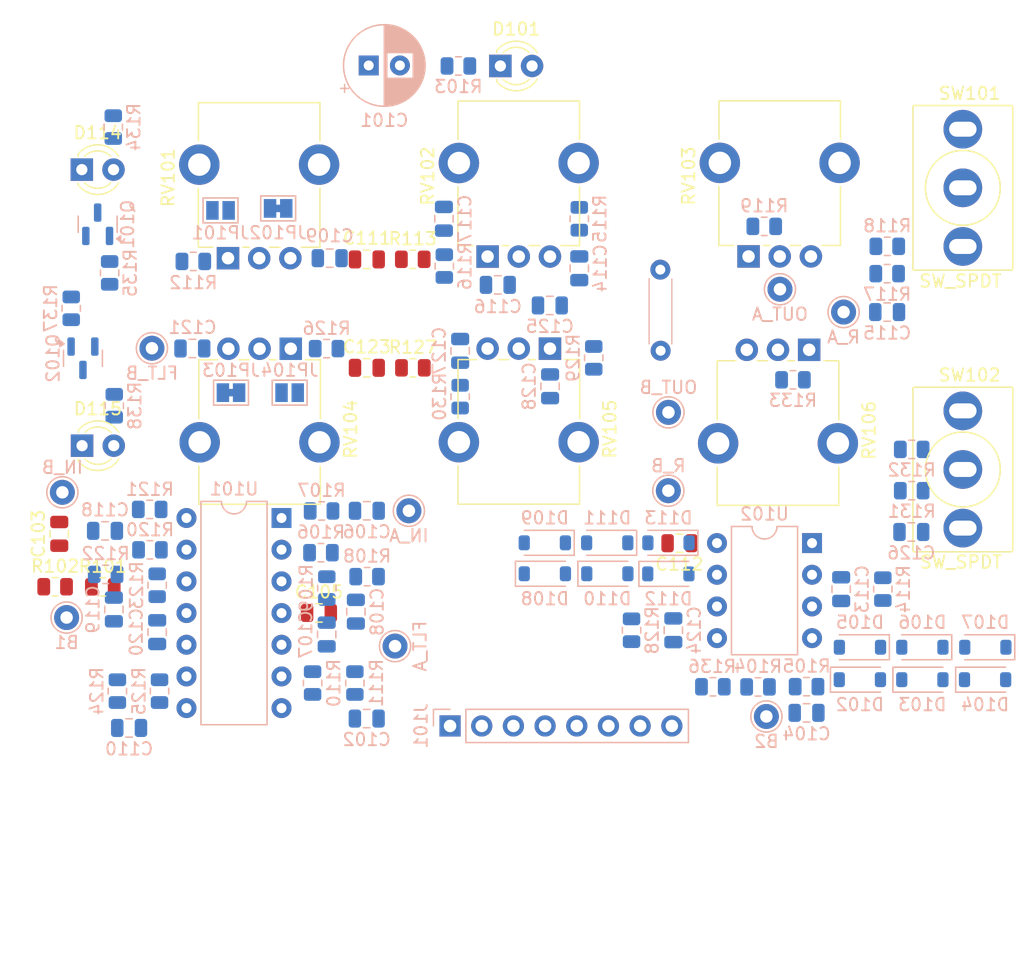
<source format=kicad_pcb>
(kicad_pcb (version 20240108) (generator "pcbnew") (generator_version "8.0")
  (layers (0 "F.Cu" signal) (1 "In1.Cu" signal) (2 "In2.Cu" signal) (31 "B.Cu" signal) (34 "B.Paste" user) (35 "F.Paste" user) (36 "B.SilkS" user "B.Silkscreen") (37 "F.SilkS" user "F.Silkscreen") (38 "B.Mask" user) (39 "F.Mask" user) (44 "Edge.Cuts" user))
  (net 0 "")
  (net 1 "/Bias1")
  (net 2 "/Bias2")
  (net 3 "Net-(C106-Pad1)")
  (net 4 "FX_IN_A")
  (net 5 "Net-(C108-Pad1)")
  (net 6 "+9V")
  (net 7 "Net-(JP102-A)")
  (net 8 "Net-(D109-K)")
  (net 9 "Net-(C111-Pad2)")
  (net 10 "Net-(C111-Pad1)")
  (net 11 "/RAW_A")
  (net 12 "/FLT_A")
  (net 13 "/HP_A")
  (net 14 "Net-(C115-Pad2)")
  (net 15 "Net-(C116-Pad2)")
  (net 16 "/LP_A")
  (net 17 "Net-(C118-Pad1)")
  (net 18 "FX_IN_B")
  (net 19 "Net-(C119-Pad1)")
  (net 20 "/VGND_A")
  (net 21 "Net-(U101C-+)")
  (net 22 "GND")
  (net 23 "Net-(U101B-+)")
  (net 24 "Net-(D105-K)")
  (net 25 "Net-(JP103-A)")
  (net 26 "Net-(C109-Pad1)")
  (net 27 "Net-(D101-K)")
  (net 28 "Net-(D102-A)")
  (net 29 "Net-(C123-Pad2)")
  (net 30 "Net-(C123-Pad1)")
  (net 31 "/RAW_B")
  (net 32 "/FLT_B")
  (net 33 "Net-(C125-Pad2)")
  (net 34 "Net-(U101A--)")
  (net 35 "Net-(U101B--)")
  (net 36 "Net-(C126-Pad2)")
  (net 37 "/HP_B")
  (net 38 "/LP_B")
  (net 39 "Net-(D103-A)")
  (net 40 "Net-(D106-K)")
  (net 41 "Net-(D108-A)")
  (net 42 "Net-(D110-A)")
  (net 43 "Net-(D111-K)")
  (net 44 "Net-(D114-K)")
  (net 45 "Net-(D114-A)")
  (net 46 "Net-(D115-K)")
  (net 47 "Net-(D115-A)")
  (net 48 "FX_OUT_B")
  (net 49 "FX_OUT_A")
  (net 50 "/VGND_B")
  (net 51 "Net-(JP101-B)")
  (net 52 "Net-(JP103-B)")
  (net 53 "SW_MID")
  (net 54 "/Gain_A")
  (net 55 "Net-(R112-Pad1)")
  (net 56 "/BYP_A")
  (net 57 "Net-(U101D--)")
  (net 58 "/Gain_B")
  (net 59 "Net-(U101C--)")
  (net 60 "Net-(R126-Pad1)")
  (net 61 "/BYP_B")
  (net 62 "SW_T")
  (net 63 "Net-(SW101-A)")
  (net 64 "/FULL_A")
  (net 65 "Net-(SW102-A)")
  (net 66 "/FULL_B")
  (net 67 "Net-(C121-Pad2)")
  (footprint "Resistor_SMD:R_0805_2012Metric" (layer "F.Cu") (at 8.19 45.92)
    (property "Reference" "R101" (at 0 -1.65 360) (layer "F.SilkS"))
    (property "Value" "220k")
    (pad "1" smd roundrect (at -0.9125 0) (size 1.025 1.4) (layers "F.Cu" "F.Paste" "F.Mask") (roundrect_rratio 0.243902) (net 1 "/Bias1"))
    (pad "2" smd roundrect (at 0.9125 0) (size 1.025 1.4) (layers "F.Cu" "F.Paste" "F.Mask") (roundrect_rratio 0.243902) (net 6 "+9V"))
  )
  (footprint "Capacitor_SMD:C_0805_2012Metric" (layer "F.Cu") (at 25.52 48.01)
    (property "Reference" "C105" (at 0 -1.679999 360) (layer "F.SilkS"))
    (property "Value" "100n")
    (pad "1" smd roundrect (at -0.949999 0) (size 1 1.45) (layers "F.Cu" "F.Paste" "F.Mask") (net 6 "+9V"))
    (pad "2" smd roundrect (at 0.949999 0) (size 1 1.45) (layers "F.Cu" "F.Paste" "F.Mask") (net 22 "GND"))
  )
  (footprint "Potentiometer_THT:Potentiometer_Alpha_RD901F-40-00D_Single_Vertical_CircularHoles" (layer "F.Cu") (at 39.04 19.44 90)
    (property "Reference" "RV102" (at 6.45 -4.8 90) (layer "F.SilkS"))
    (property "Value" "10kB")
    (pad "" thru_hole circle (at 7.499999 -2.3 180) (size 3.24 3.24) (drill 1.8) (layers "*.Cu" "*.Mask"))
    (pad "" thru_hole circle (at 7.499999 7.3 180) (size 3.24 3.24) (drill 1.8) (layers "*.Cu" "*.Mask"))
    (pad "1" thru_hole rect (at 0 0 180) (size 1.8 1.8) (drill 1) (layers "*.Cu" "*.Mask") (net 16 "/LP_A"))
    (pad "2" thru_hole circle (at 0 2.5 180) (size 1.8 1.8) (drill 1) (layers "*.Cu" "*.Mask") (net 63 "Net-(SW101-A)"))
    (pad "3" thru_hole circle (at 0 5 180) (size 1.8 1.8) (drill 1) (layers "*.Cu" "*.Mask") (net 13 "/HP_A"))
  )
  (footprint "Potentiometer_THT:Potentiometer_Alpha_RD901F-40-00D_Single_Vertical_CircularHoles" (layer "F.Cu") (at 59.96 19.43 90)
    (property "Reference" "RV103" (at 6.45 -4.8 90) (layer "F.SilkS"))
    (property "Value" "100kA")
    (pad "" thru_hole circle (at 7.499999 -2.3 180) (size 3.24 3.24) (drill 1.8) (layers "*.Cu" "*.Mask"))
    (pad "" thru_hole circle (at 7.499999 7.3 180) (size 3.24 3.24) (drill 1.8) (layers "*.Cu" "*.Mask"))
    (pad "1" thru_hole rect (at 0 0 180) (size 1.8 1.8) (drill 1) (layers "*.Cu" "*.Mask") (net 22 "GND"))
    (pad "2" thru_hole circle (at 0 2.5 180) (size 1.8 1.8) (drill 1) (layers "*.Cu" "*.Mask") (net 49 "FX_OUT_A"))
    (pad "3" thru_hole circle (at 0 5 180) (size 1.8 1.8) (drill 1) (layers "*.Cu" "*.Mask") (net 64 "/FULL_A"))
  )
  (footprint "PCM_4ms_Switch:Switch_Toggle_SPDT_Mini_SolderLug" (layer "F.Cu") (at 77.14 13.93)
    (property "Reference" "SW101" (at -2.032 -6.985 0) (layer "F.SilkS") (effects (justify left bottom)))
    (property "Value" "SW_SPDT" (at -3.58 8.06 0) (layer "F.SilkS") (effects (justify left bottom)))
    (pad "1" thru_hole circle (at 0 -4.7) (size 3.1 3.1) (drill oval 2.2 1.2) (layers "*.Cu" "*.Mask") (net 63 "Net-(SW101-A)"))
    (pad "2" thru_hole circle (at 0 0) (size 3.1 3.1) (drill oval 2.2 1.2) (layers "*.Cu" "*.Mask") (net 64 "/FULL_A"))
    (pad "3" thru_hole circle (at 0 4.7) (size 3.1 3.1) (drill oval 2.2 1.2) (layers "*.Cu" "*.Mask") (net 56 "/BYP_A"))
  )
  (footprint "Capacitor_SMD:C_0805_2012Metric" (layer "F.Cu") (at 29.36 19.67)
    (property "Reference" "C111" (at 0.01 -1.710001 360) (layer "F.SilkS"))
    (property "Value" "1u")
    (pad "1" smd roundrect (at -0.949999 0) (size 1 1.45) (layers "F.Cu" "F.Paste" "F.Mask") (net 10 "Net-(C111-Pad1)"))
    (pad "2" smd roundrect (at 0.949999 0) (size 1 1.45) (layers "F.Cu" "F.Paste" "F.Mask") (net 9 "Net-(C111-Pad2)"))
  )
  (footprint "Potentiometer_THT:Potentiometer_Alpha_RD901F-40-00D_Single_Vertical_CircularHoles" (layer "F.Cu") (at 64.82 26.915 -90)
    (property "Reference" "RV106" (at 6.45 -4.8 90) (layer "F.SilkS"))
    (property "Value" "100kA")
    (pad "" thru_hole circle (at 7.499999 -2.3) (size 3.24 3.24) (drill 1.8) (layers "*.Cu" "*.Mask"))
    (pad "" thru_hole circle (at 7.499999 7.3) (size 3.24 3.24) (drill 1.8) (layers "*.Cu" "*.Mask"))
    (pad "1" thru_hole rect (at 0 0) (size 1.8 1.8) (drill 1) (layers "*.Cu" "*.Mask") (net 22 "GND"))
    (pad "2" thru_hole circle (at 0 2.5) (size 1.8 1.8) (drill 1) (layers "*.Cu" "*.Mask") (net 48 "FX_OUT_B"))
    (pad "3" thru_hole circle (at 0 5) (size 1.8 1.8) (drill 1) (layers "*.Cu" "*.Mask") (net 66 "/FULL_B"))
  )
  (footprint "PCM_4ms_Switch:Switch_Toggle_SPDT_Mini_SolderLug" (layer "F.Cu") (at 77.14 36.51)
    (property "Reference" "SW102" (at -2.032 -6.985 0) (layer "F.SilkS") (effects (justify left bottom)))
    (property "Value" "SW_SPDT" (at -3.53 8.01 0) (layer "F.SilkS") (effects (justify left bottom)))
    (pad "1" thru_hole circle (at 0 -4.7) (size 3.1 3.1) (drill oval 2.2 1.2) (layers "*.Cu" "*.Mask") (net 65 "Net-(SW102-A)"))
    (pad "2" thru_hole circle (at 0 0) (size 3.1 3.1) (drill oval 2.2 1.2) (layers "*.Cu" "*.Mask") (net 66 "/FULL_B"))
    (pad "3" thru_hole circle (at 0 4.7) (size 3.1 3.1) (drill oval 2.2 1.2) (layers "*.Cu" "*.Mask") (net 61 "/BYP_B"))
  )
  (footprint "LED_THT:LED_D3.0mm" (layer "F.Cu") (at 40.065 4.16)
    (property "Reference" "D101" (at 1.270001 -2.96 360) (layer "F.SilkS"))
    (property "Value" "RED")
    (pad "1" thru_hole rect (at 0 0) (size 1.8 1.8) (drill 0.9) (layers "*.Cu" "*.Mask") (net 27 "Net-(D101-K)"))
    (pad "2" thru_hole circle (at 2.54 0) (size 1.8 1.8) (drill 0.9) (layers "*.Cu" "*.Mask") (net 6 "+9V"))
  )
  (footprint "Resistor_SMD:R_0805_2012Metric" (layer "F.Cu") (at 33.05 28.36)
    (property "Reference" "R127" (at 0 -1.65 360) (layer "F.SilkS"))
    (property "Value" "8k2")
    (pad "1" smd roundrect (at -0.9125 0) (size 1.025 1.4) (layers "F.Cu" "F.Paste" "F.Mask") (roundrect_rratio 0.243902) (net 29 "Net-(C123-Pad2)"))
    (pad "2" smd roundrect (at 0.9125 0) (size 1.025 1.4) (layers "F.Cu" "F.Paste" "F.Mask") (roundrect_rratio 0.243902) (net 50 "/VGND_B"))
  )
  (footprint "Potentiometer_THT:Potentiometer_Alpha_RD901F-40-00D_Single_Vertical_CircularHoles" (layer "F.Cu") (at 18.23 19.57 90)
    (property "Reference" "RV101" (at 6.45 -4.8 -90) (layer "F.SilkS"))
    (property "Value" "10kB")
    (pad "" thru_hole circle (at 7.5 -2.3 180) (size 3.24 3.24) (drill 1.8) (layers "*.Cu" "*.Mask"))
    (pad "" thru_hole circle (at 7.5 7.3 180) (size 3.24 3.24) (drill 1.8) (layers "*.Cu" "*.Mask"))
    (pad "1" thru_hole rect (at 0 0 180) (size 1.8 1.8) (drill 1) (layers "*.Cu" "*.Mask") (net 55 "Net-(R112-Pad1)"))
    (pad "2" thru_hole circle (at 0 2.5 180) (size 1.8 1.8) (drill 1) (layers "*.Cu" "*.Mask") (net 10 "Net-(C111-Pad1)"))
    (pad "3" thru_hole circle (at 0 5 180) (size 1.8 1.8) (drill 1) (layers "*.Cu" "*.Mask") (net 26 "Net-(C109-Pad1)"))
  )
  (footprint "Resistor_SMD:R_0805_2012Metric" (layer "F.Cu") (at 4.37 45.91)
    (property "Reference" "R102" (at 0 -1.65 360) (layer "F.SilkS"))
    (property "Value" "220k")
    (pad "1" smd roundrect (at -0.9125 0) (size 1.025 1.4) (layers "F.Cu" "F.Paste" "F.Mask") (roundrect_rratio 0.243902) (net 22 "GND"))
    (pad "2" smd roundrect (at 0.9125 0) (size 1.025 1.4) (layers "F.Cu" "F.Paste" "F.Mask") (roundrect_rratio 0.243902) (net 1 "/Bias1"))
  )
  (footprint "Capacitor_SMD:C_0805_2012Metric" (layer "F.Cu") (at 54.42 42.42 180)
    (property "Reference" "C112" (at 0 -1.679999 360) (layer "F.SilkS"))
    (property "Value" "100n")
    (pad "1" smd roundrect (at -0.949999 0 180) (size 1 1.45) (layers "F.Cu" "F.Paste" "F.Mask") (net 6 "+9V"))
    (pad "2" smd roundrect (at 0.949999 0 180) (size 1 1.45) (layers "F.Cu" "F.Paste" "F.Mask") (net 22 "GND"))
  )
  (footprint "Resistor_SMD:R_0805_2012Metric" (layer "F.Cu") (at 33.04 19.66)
    (property "Reference" "R113" (at 0 -1.65 360) (layer "F.SilkS"))
    (property "Value" "8k2")
    (pad "1" smd roundrect (at -0.9125 0) (size 1.025 1.4) (layers "F.Cu" "F.Paste" "F.Mask") (roundrect_rratio 0.243902) (net 9 "Net-(C111-Pad2)"))
    (pad "2" smd roundrect (at 0.9125 0) (size 1.025 1.4) (layers "F.Cu" "F.Paste" "F.Mask") (roundrect_rratio 0.243902) (net 20 "/VGND_A"))
  )
  (footprint "LED_THT:LED_D3.0mm" (layer "F.Cu") (at 6.51 12.47)
    (property "Reference" "D114" (at 1.27 -2.96 0) (layer "F.SilkS"))
    (property "Value" "BLUE")
    (pad "1" thru_hole rect (at 0 0) (size 1.8 1.8) (drill 0.9) (layers "*.Cu" "*.Mask") (net 44 "Net-(D114-K)"))
    (pad "2" thru_hole circle (at 2.54 0) (size 1.8 1.8) (drill 0.9) (layers "*.Cu" "*.Mask") (net 45 "Net-(D114-A)"))
  )
  (footprint "Potentiometer_THT:Potentiometer_Alpha_RD901F-40-00D_Single_Vertical_CircularHoles" (layer "F.Cu") (at 44.04 26.820001 -90)
    (property "Reference" "RV105" (at 6.45 -4.8 90) (layer "F.SilkS"))
    (property "Value" "10kB")
    (pad "" thru_hole circle (at 7.499999 -2.3) (size 3.24 3.24) (drill 1.8) (layers "*.Cu" "*.Mask"))
    (pad "" thru_hole circle (at 7.499999 7.3) (size 3.24 3.24) (drill 1.8) (layers "*.Cu" "*.Mask"))
    (pad "1" thru_hole rect (at 0 0) (size 1.8 1.8) (drill 1) (layers "*.Cu" "*.Mask") (net 38 "/LP_B"))
    (pad "2" thru_hole circle (at 0 2.5) (size 1.8 1.8) (drill 1) (layers "*.Cu" "*.Mask") (net 65 "Net-(SW102-A)"))
    (pad "3" thru_hole circle (at 0 5) (size 1.8 1.8) (drill 1) (layers "*.Cu" "*.Mask") (net 37 "/HP_B"))
  )
  (footprint "LED_THT:LED_D3.0mm" (layer "F.Cu") (at 6.53 34.6)
    (property "Reference" "D115" (at 1.27 -2.96 0) (layer "F.SilkS"))
    (property "Value" "GREEN")
    (pad "1" thru_hole rect (at 0 0) (size 1.8 1.8) (drill 0.9) (layers "*.Cu" "*.Mask") (net 46 "Net-(D115-K)"))
    (pad "2" thru_hole circle (at 2.54 0) (size 1.8 1.8) (drill 0.9) (layers "*.Cu" "*.Mask") (net 47 "Net-(D115-A)"))
  )
  (footprint "Capacitor_SMD:C_0805_2012Metric" (layer "F.Cu") (at 4.7 41.67 90)
    (property "Reference" "C103" (at 0 -1.679999 90) (layer "F.SilkS"))
    (property "Value" "10u")
    (pad "1" smd roundrect (at -0.949999 0 90) (size 1 1.45) (layers "F.Cu" "F.Paste" "F.Mask") (net 1 "/Bias1"))
    (pad "2" smd roundrect (at 0.949999 0 90) (size 1 1.45) (layers "F.Cu" "F.Paste" "F.Mask") (net 22 "GND"))
  )
  (footprint "Potentiometer_THT:Potentiometer_Alpha_RD901F-40-00D_Single_Vertical_CircularHoles" (layer "F.Cu") (at 23.26 26.83 -90)
    (property "Reference" "RV104" (at 6.45 -4.8 90) (layer "F.SilkS"))
    (property "Value" "10kB")
    (pad "" thru_hole circle (at 7.499999 -2.3) (size 3.24 3.24) (drill 1.8) (layers "*.Cu" "*.Mask"))
    (pad "" thru_hole circle (at 7.499999 7.3) (size 3.24 3.24) (drill 1.8) (layers "*.Cu" "*.Mask"))
    (pad "1" thru_hole rect (at 0 0) (size 1.8 1.8) (drill 1) (layers "*.Cu" "*.Mask") (net 60 "Net-(R126-Pad1)"))
    (pad "2" thru_hole circle (at 0 2.5) (size 1.8 1.8) (drill 1) (layers "*.Cu" "*.Mask") (net 30 "Net-(C123-Pad1)"))
    (pad "3" thru_hole circle (at 0 5) (size 1.8 1.8) (drill 1) (layers "*.Cu" "*.Mask") (net 67 "Net-(C121-Pad2)"))
  )
  (footprint "Capacitor_SMD:C_0805_2012Metric" (layer "F.Cu") (at 29.36 28.36)
    (property "Reference" "C123" (at 0 -1.68 0) (layer "F.SilkS"))
    (property "Value" "1u")
    (pad "1" smd roundrect (at -0.95 0) (size 1 1.45) (layers "F.Cu" "F.Paste" "F.Mask") (net 30 "Net-(C123-Pad1)"))
    (pad "2" smd roundrect (at 0.95 0) (size 1 1.45) (layers "F.Cu" "F.Paste" "F.Mask") (net 29 "Net-(C123-Pad2)"))
  )
  (footprint "Resistor_SMD:R_0805_2012Metric" (layer "B.Cu") (at 36.84 30.67 -90)
    (property "Reference" "R130" (at 0 1.65 90) (layer "B.SilkS") (effects (justify mirror)))
    (property "Value" "1k2")
    (pad "1" smd roundrect (at -0.9125 0 270) (size 1.025 1.4) (layers "B.Cu" "B.Paste" "B.Mask") (roundrect_rratio 0.243902) (net 37 "/HP_B"))
    (pad "2" smd roundrect (at 0.9125 0 270) (size 1.025 1.4) (layers "B.Cu" "B.Paste" "B.Mask") (roundrect_rratio 0.243902) (net 22 "GND"))
  )
  (footprint "Jumper:SolderJumper-2_P1.3mm_Open_Pad1.0x1.5mm" (layer "B.Cu") (at 23.17 30.35 180)
    (property "Reference" "JP104" (at 0 1.8 360) (layer "B.SilkS") (effects (justify mirror)))
    (property "Value" "MOD_B")
    (pad "1" smd rect (at -0.649999 0 180) (size 1 1.5) (layers "B.Cu" "B.Mask") (net 22 "GND"))
    (pad "2" smd rect (at 0.649999 0 180) (size 1 1.5) (layers "B.Cu" "B.Mask") (net 52 "Net-(JP103-B)"))
  )
  (footprint "Resistor_SMD:R_0805_2012Metric" (layer "B.Cu") (at 26.15 46.0175 -90)
    (property "Reference" "R109" (at 0 1.65 90) (layer "B.SilkS") (effects (justify mirror)))
    (property "Value" "47k")
    (pad "1" smd roundrect (at -0.9125 0 270) (size 1.025 1.4) (layers "B.Cu" "B.Paste" "B.Mask") (roundrect_rratio 0.243902) (net 5 "Net-(C108-Pad1)"))
    (pad "2" smd roundrect (at 0.9125 0 270) (size 1.025 1.4) (layers "B.Cu" "B.Paste" "B.Mask") (roundrect_rratio 0.243902) (net 23 "Net-(U101B-+)"))
  )
  (footprint "TestPoint:TestPoint_THTPad_D2.0mm_Drill1.0mm_VAL" (layer "B.Cu") (at 31.62 50.67 -90)
    (property "Reference" "TP102" (hide yes))
    (property "Value" "FLT_A" (at 0 -2.000001 90) (layer "B.SilkS") (effects (justify mirror)))
    (pad "1" thru_hole circle (at 0 0 270) (size 2 2) (drill 1) (layers "*.Cu" "*.Mask") (net 12 "/FLT_A"))
  )
  (footprint "Capacitor_SMD:C_0805_2012Metric" (layer "B.Cu") (at 9.08 47.73 -90)
    (property "Reference" "C119" (at 0 1.679999 90) (layer "B.SilkS") (effects (justify mirror)))
    (property "Value" "4n7")
    (pad "1" smd roundrect (at -0.949999 0 270) (size 1 1.45) (layers "B.Cu" "B.Paste" "B.Mask") (net 19 "Net-(C119-Pad1)"))
    (pad "2" smd roundrect (at 0.949999 0 270) (size 1 1.45) (layers "B.Cu" "B.Paste" "B.Mask") (net 32 "/FLT_B"))
  )
  (footprint "TestPoint:TestPoint_THTPad_D2.0mm_Drill1.0mm_VAL" (layer "B.Cu") (at 62.48 22.06 180)
    (property "Reference" "TP108" (hide yes))
    (property "Value" "OUT_A" (at 0 -2 0) (layer "B.SilkS") (effects (justify mirror)))
    (pad "1" thru_hole circle (at 0 0 180) (size 2 2) (drill 1) (layers "*.Cu" "*.Mask") (net 49 "FX_OUT_A"))
  )
  (footprint "Capacitor_SMD:C_0805_2012Metric" (layer "B.Cu") (at 15.37 26.81)
    (property "Reference" "C121" (at 0.01 -1.69 360) (layer "B.SilkS") (effects (justify mirror)))
    (property "Value" "10u")
    (pad "1" smd roundrect (at -0.949999 0) (size 1 1.45) (layers "B.Cu" "B.Paste" "B.Mask") (net 32 "/FLT_B"))
    (pad "2" smd roundrect (at 0.949999 0) (size 1 1.45) (layers "B.Cu" "B.Paste" "B.Mask") (net 67 "Net-(C121-Pad2)"))
  )
  (footprint "Resistor_SMD:R_0805_2012Metric" (layer "B.Cu") (at 47.55 27.56 -90)
    (property "Reference" "R129" (at 0 1.65 90) (layer "B.SilkS") (effects (justify mirror)))
    (property "Value" "6k8")
    (pad "1" smd roundrect (at -0.9125 0 270) (size 1.025 1.4) (layers "B.Cu" "B.Paste" "B.Mask") (roundrect_rratio 0.243902) (net 33 "Net-(C125-Pad2)"))
    (pad "2" smd roundrect (at 0.9125 0 270) (size 1.025 1.4) (layers "B.Cu" "B.Paste" "B.Mask") (roundrect_rratio 0.243902) (net 38 "/LP_B"))
  )
  (footprint "Diode_SMD:D_SOD-123" (layer "B.Cu") (at 43.6275 42.39 180)
    (property "Reference" "D109" (at 0 2.000001 360) (layer "B.SilkS") (effects (justify mirror)))
    (property "Value" "1N4148")
    (pad "1" smd roundrect (at -1.65 0 180) (size 0.9 1.2) (layers "B.Cu" "B.Paste" "B.Mask") (net 8 "Net-(D109-K)"))
    (pad "2" smd roundrect (at 1.65 0 180) (size 0.9 1.2) (layers "B.Cu" "B.Paste" "B.Mask") (net 50 "/VGND_B"))
  )
  (footprint "Resistor_SMD:R_0805_2012Metric" (layer "B.Cu") (at 50.58 49.3975 90)
    (property "Reference" "R128" (at 0 1.65 90) (layer "B.SilkS") (effects (justify mirror)))
    (property "Value" "470k")
    (pad "1" smd roundrect (at -0.9125 0 90) (size 1.025 1.4) (layers "B.Cu" "B.Paste" "B.Mask") (roundrect_rratio 0.243902) (net 50 "/VGND_B"))
    (pad "2" smd roundrect (at 0.9125 0 90) (size 1.025 1.4) (layers "B.Cu" "B.Paste" "B.Mask") (roundrect_rratio 0.243902) (net 31 "/RAW_B"))
  )
  (footprint "Capacitor_SMD:C_0805_2012Metric" (layer "B.Cu") (at 8.37 41.43 180)
    (property "Reference" "C118" (at 0 1.679999 360) (layer "B.SilkS") (effects (justify mirror)))
    (property "Value" "150n")
    (pad "1" smd roundrect (at -0.949999 0 180) (size 1 1.45) (layers "B.Cu" "B.Paste" "B.Mask") (net 17 "Net-(C118-Pad1)"))
    (pad "2" smd roundrect (at 0.949999 0 180) (size 1 1.45) (layers "B.Cu" "B.Paste" "B.Mask") (net 18 "FX_IN_B"))
  )
  (footprint "Resistor_SMD:R_0805_2012Metric" (layer "B.Cu") (at 26.13 26.82)
    (property "Reference" "R126" (at 0 -1.63 360) (layer "B.SilkS") (effects (justify mirror)))
    (property "Value" "47R")
    (pad "1" smd roundrect (at -0.9125 0) (size 1.025 1.4) (layers "B.Cu" "B.Paste" "B.Mask") (roundrect_rratio 0.243902) (net 60 "Net-(R126-Pad1)"))
    (pad "2" smd roundrect (at 0.9125 0) (size 1.025 1.4) (layers "B.Cu" "B.Paste" "B.Mask") (roundrect_rratio 0.243902) (net 52 "Net-(JP103-B)"))
  )
  (footprint "Resistor_SMD:R_0805_2012Metric" (layer "B.Cu") (at 15.45 19.83 180)
    (property "Reference" "R112" (at 0 -1.7 360) (layer "B.SilkS") (effects (justify mirror)))
    (property "Value" "47R")
    (pad "1" smd roundrect (at -0.9125 0 180) (size 1.025 1.4) (layers "B.Cu" "B.Paste" "B.Mask") (roundrect_rratio 0.243902) (net 55 "Net-(R112-Pad1)"))
    (pad "2" smd roundrect (at 0.9125 0 180) (size 1.025 1.4) (layers "B.Cu" "B.Paste" "B.Mask") (roundrect_rratio 0.243902) (net 51 "Net-(JP101-B)"))
  )
  (footprint "Diode_SMD:D_SOD-123" (layer "B.Cu") (at 48.64 44.87)
    (property "Reference" "D110" (at 0 2.000001 360) (layer "B.SilkS") (effects (justify mirror)))
    (property "Value" "1N4148")
    (pad "1" smd roundrect (at -1.65 0) (size 0.9 1.2) (layers "B.Cu" "B.Paste" "B.Mask") (net 41 "Net-(D108-A)"))
    (pad "2" smd roundrect (at 1.65 0) (size 0.9 1.2) (layers "B.Cu" "B.Paste" "B.Mask") (net 42 "Net-(D110-A)"))
  )
  (footprint "Diode_SMD:D_SOD-123" (layer "B.Cu") (at 73.8925 50.759999 180)
    (property "Reference" "D106" (at 0 2.000001 360) (layer "B.SilkS") (effects (justify mirror)))
    (property "Value" "1N4148")
    (pad "1" smd roundrect (at -1.65 0 180) (size 0.9 1.2) (layers "B.Cu" "B.Paste" "B.Mask") (net 40 "Net-(D106-K)"))
    (pad "2" smd roundrect (at 1.65 0 180) (size 0.9 1.2) (layers "B.Cu" "B.Paste" "B.Mask") (net 24 "Net-(D105-K)"))
  )
  (footprint "Package_TO_SOT_SMD:SOT-23" (layer "B.Cu") (at 6.6 27.592499 -90)
    (property "Reference" "Q102" (at 0 2.4 90) (layer "B.SilkS") (effects (justify mirror)))
    (property "Value" "2N7002")
    (pad "1" smd roundrect (at -0.9375 0.95 270) (size 1.475 0.6) (layers "B.Cu" "B.Paste" "B.Mask") (net 44 "Net-(D114-K)"))
    (pad "2" smd roundrect (at -0.9375 -0.95 270) (size 1.475 0.6) (layers "B.Cu" "B.Paste" "B.Mask") (net 22 "GND"))
    (pad "3" smd roundrect (at 0.937501 0 270) (size 1.475 0.6) (layers "B.Cu" "B.Paste" "B.Mask") (net 46 "Net-(D115-K)"))
  )
  (footprint "Resistor_SMD:R_0805_2012Metric" (layer "B.Cu") (at 28.4 53.63 -90)
    (property "Reference" "R111" (at 0 -1.73 90) (layer "B.SilkS") (effects (justify mirror)))
    (property "Value" "62k")
    (pad "1" smd roundrect (at -0.9125 0 270) (size 1.025 1.4) (layers "B.Cu" "B.Paste" "B.Mask") (roundrect_rratio 0.243902) (net 35 "Net-(U101B--)"))
    (pad "2" smd roundrect (at 0.9125 0 270) (size 1.025 1.4) (layers "B.Cu" "B.Paste" "B.Mask") (roundrect_rratio 0.243902) (net 7 "Net-(JP102-A)"))
  )
  (footprint "Resistor_SMD:R_0805_2012Metric" (layer "B.Cu") (at 35.57 20.2 90)
    (property "Reference" "R116" (at 0 1.65 90) (layer "B.SilkS") (effects (justify mirror)))
    (property "Value" "6k8")
    (pad "1" smd roundrect (at -0.9125 0 90) (size 1.025 1.4) (layers "B.Cu" "B.Paste" "B.Mask") (roundrect_rratio 0.243902) (net 15 "Net-(C116-Pad2)"))
    (pad "2" smd roundrect (at 0.9125 0 90) (size 1.025 1.4) (layers "B.Cu" "B.Paste" "B.Mask") (roundrect_rratio 0.243902) (net 16 "/LP_A"))
  )
  (footprint "Capacitor_SMD:C_0805_2012Metric" (layer "B.Cu") (at 26.14 49.7375 -90)
    (property "Reference" "C107" (at 0 1.679999 90) (layer "B.SilkS") (effects (justify mirror)))
    (property "Value" "10n")
    (pad "1" smd roundrect (at -0.949999 0 270) (size 1 1.45) (layers "B.Cu" "B.Paste" "B.Mask") (net 23 "Net-(U101B-+)"))
    (pad "2" smd roundrect (at 0.949999 0 270) (size 1 1.45) (layers "B.Cu" "B.Paste" "B.Mask") (net 22 "GND"))
  )
  (footprint "Capacitor_SMD:C_0805_2012Metric" (layer "B.Cu") (at 67.385 46.099999 90)
    (property "Reference" "C113" (at 0 1.679999 90) (layer "B.SilkS") (effects (justify mirror)))
    (property "Value" "330p")
    (pad "1" smd roundrect (at -0.949999 0 90) (size 1 1.45) (layers "B.Cu" "B.Paste" "B.Mask") (net 20 "/VGND_A"))
    (pad "2" smd roundrect (at 0.949999 0 90) (size 1 1.45) (layers "B.Cu" "B.Paste" "B.Mask") (net 11 "/RAW_A"))
  )
  (footprint "Capacitor_SMD:C_0805_2012Metric" (layer "B.Cu") (at 64.61 56.02)
    (property "Reference" "C104" (at 0 1.679999 360) (layer "B.SilkS") (effects (justify mirror)))
    (property "Value" "220n")
    (pad "1" smd roundrect (at -0.949999 0) (size 1 1.45) (layers "B.Cu" "B.Paste" "B.Mask") (net 2 "/Bias2"))
    (pad "2" smd roundrect (at 0.949999 0) (size 1 1.45) (layers "B.Cu" "B.Paste" "B.Mask") (net 22 "GND"))
  )
  (footprint "Capacitor_SMD:C_0805_2012Metric" (layer "B.Cu") (at 44.05 29.84 -90)
    (property "Reference" "C128" (at 0 1.679999 90) (layer "B.SilkS") (effects (justify mirror)))
    (property "Value" "100n")
    (pad "1" smd roundrect (at -0.949999 0 270) (size 1 1.45) (layers "B.Cu" "B.Paste" "B.Mask") (net 38 "/LP_B"))
    (pad "2" smd roundrect (at 0.949999 0 270) (size 1 1.45) (layers "B.Cu" "B.Paste" "B.Mask") (net 22 "GND"))
  )
  (footprint "Capacitor_SMD:C_0805_2012Metric" (layer "B.Cu") (at 28.48 47.91 -90)
    (property "Reference" "C108" (at 0.01 -1.7 90) (layer "B.SilkS") (effects (justify mirror)))
    (property "Value" "4n7")
    (pad "1" smd roundrect (at -0.949999 0 270) (size 1 1.45) (layers "B.Cu" "B.Paste" "B.Mask") (net 5 "Net-(C108-Pad1)"))
    (pad "2" smd roundrect (at 0.949999 0 270) (size 1 1.45) (layers "B.Cu" "B.Paste" "B.Mask") (net 12 "/FLT_A"))
  )
  (footprint "Diode_SMD:D_SOD-123" (layer "B.Cu") (at 43.63 44.87)
    (property "Reference" "D108" (at 0 2.000001 360) (layer "B.SilkS") (effects (justify mirror)))
    (property "Value" "1N4148")
    (pad "1" smd roundrect (at -1.65 0) (size 0.9 1.2) (layers "B.Cu" "B.Paste" "B.Mask") (net 50 "/VGND_B"))
    (pad "2" smd roundrect (at 1.65 0) (size 0.9 1.2) (layers "B.Cu" "B.Paste" "B.Mask") (net 41 "Net-(D108-A)"))
  )
  (footprint "Capacitor_SMD:C_0805_2012Metric" (layer "B.Cu") (at 10.3 57.23)
    (property "Reference" "C110" (at 0 1.679999 360) (layer "B.SilkS") (effects (justify mirror)))
    (property "Value" "10u")
    (pad "1" smd roundrect (at -0.949999 0) (size 1 1.45) (layers "B.Cu" "B.Paste" "B.Mask") (net 25 "Net-(JP103-A)"))
    (pad "2" smd roundrect (at 0.949999 0) (size 1 1.45) (layers "B.Cu" "B.Paste" "B.Mask") (net 22 "GND"))
  )
  (footprint "TestPoint:TestPoint_THTPad_D2.0mm_Drill1.0mm_VAL" (layer "B.Cu") (at 32.73 39.82 180)
    (property "Reference" "TP107" (hide yes))
    (property "Value" "IN_A" (at 0 -2 0) (layer "B.SilkS") (effects (justify mirror)))
    (pad "1" thru_hole circle (at 0 0 180) (size 2 2) (drill 1) (layers "*.Cu" "*.Mask") (net 4 "FX_IN_A"))
  )
  (footprint "Capacitor_SMD:C_0805_2012Metric" (layer "B.Cu") (at 73.01 41.52)
    (property "Reference" "C126" (at 0 1.679999 360) (layer "B.SilkS") (effects (justify mirror)))
    (property "Value" "150n")
    (pad "1" smd roundrect (at -0.949999 0) (size 1 1.45) (layers "B.Cu" "B.Paste" "B.Mask") (net 31 "/RAW_B"))
    (pad "2" smd roundrect (at 0.949999 0) (size 1 1.45) (layers "B.Cu" "B.Paste" "B.Mask") (net 36 "Net-(C126-Pad2)"))
  )
  (footprint "Capacitor_SMD:C_0805_2012Metric" (layer "B.Cu") (at 39.86 21.71 180)
    (property "Reference" "C116" (at 0 -1.74 0) (layer "B.SilkS") (effects (justify mirror)))
    (property "Value" "1u")
    (pad "1" smd roundrect (at -0.95 0 180) (size 1 1.45) (layers "B.Cu" "B.Paste" "B.Mask") (net 11 "/RAW_A"))
    (pad "2" smd roundrect (at 0.95 0 180) (size 1 1.45) (layers "B.Cu" "B.Paste" "B.Mask") (net 15 "Net-(C116-Pad2)"))
  )
  (footprint "Connector_PinHeader_2.54mm:PinHeader_1x08_P2.54mm_Vertical" (layer "B.Cu") (at 36.030001 57.07 -90)
    (property "Reference" "J101" (at 0 2.33 90) (layer "B.SilkS") (effects (justify mirror)))
    (property "Value" "IO")
    (pad "1" thru_hole rect (at 0 0 270) (size 1.7 1.7) (drill 1) (layers "*.Cu" "*.Mask") (net 6 "+9V"))
    (pad "2" thru_hole oval (at 0 -2.54 270) (size 1.7 1.7) (drill 1) (layers "*.Cu" "*.Mask") (net 22 "GND"))
    (pad "3" thru_hole oval (at 0 -5.079999 270) (size 1.7 1.7) (drill 1) (layers "*.Cu" "*.Mask") (net 4 "FX_IN_A"))
    (pad "4" thru_hole oval (at 0 -7.62 270) (size 1.7 1.7) (drill 1) (layers "*.Cu" "*.Mask") (net 18 "FX_IN_B"))
    (pad "5" thru_hole oval (at 0 -10.16 270) (size 1.7 1.7) (drill 1) (layers "*.Cu" "*.Mask") (net 49 "FX_OUT_A"))
    (pad "6" thru_hole oval (at 0 -12.7 270) (size 1.7 1.7) (drill 1) (layers "*.Cu" "*.Mask") (net 48 "FX_OUT_B"))
    (pad "7" thru_hole oval (at 0 -15.24 270) (size 1.7 1.7) (drill 1) (layers "*.Cu" "*.Mask") (net 53 "SW_MID"))
    (pad "8" thru_hole oval (at 0 -17.780001 270) (size 1.7 1.7) (drill 1) (layers "*.Cu" "*.Mask") (net 62 "SW_T"))
  )
  (footprint "Resistor_SMD:R_0805_2012Metric" (layer "B.Cu") (at 11.95 39.71)
    (property "Reference" "R121" (at 0.01 -1.61 360) (layer "B.SilkS") (effects (justify mirror)))
    (property "Value" "330k")
    (pad "1" smd roundrect (at -0.9125 0) (size 1.025 1.4) (layers "B.Cu" "B.Paste" "B.Mask") (roundrect_rratio 0.243902) (net 57 "Net-(U101D--)"))
    (pad "2" smd roundrect (at 0.9125 0) (size 1.025 1.4) (layers "B.Cu" "B.Paste" "B.Mask") (roundrect_rratio 0.243902) (net 58 "/Gain_B"))
  )
  (footprint "Diode_SMD:D_SOD-123" (layer "B.Cu") (at 68.8925 50.759999 180)
    (property "Reference" "D105" (at 0 2.000001 360) (layer "B.SilkS") (effects (justify mirror)))
    (property "Value" "1N4148")
    (pad "1" smd roundrect (at -1.65 0 180) (size 0.9 1.2) (layers "B.Cu" "B.Paste" "B.Mask") (net 24 "Net-(D105-K)"))
    (pad "2" smd roundrect (at 1.65 0 180) (size 0.9 1.2) (layers "B.Cu" "B.Paste" "B.Mask") (net 20 "/VGND_A"))
  )
  (footprint "Resistor_SMD:R_0805_2012Metric" (layer "B.Cu") (at 71.0825 18.62 180)
    (property "Reference" "R118" (at 0 1.65 0) (layer "B.SilkS") (effects (justify mirror)))
    (property "Value" "47k")
    (pad "1" smd roundrect (at -0.9125 0 180) (size 1.025 1.4) (layers "B.Cu" "B.Paste" "B.Mask") (roundrect_rratio 0.243902) (net 56 "/BYP_A"))
    (pad "2" smd roundrect (at 0.9125 0 180) (size 1.025 1.4) (layers "B.Cu" "B.Paste" "B.Mask") (roundrect_rratio 0.243902) (net 22 "GND"))
  )
  (footprint "Package_TO_SOT_SMD:SOT-23" (layer "B.Cu") (at 7.78 16.85 90)
    (property "Reference" "Q101" (at 0 2.4 90) (layer "B.SilkS") (effects (justify mirror)))
    (property "Value" "2N7002")
    (pad "1" smd roundrect (at -0.9375 0.95 90) (size 1.475 0.6) (layers "B.Cu" "B.Paste" "B.Mask") (net 53 "SW_MID"))
    (pad "2" smd roundrect (at -0.9375 -0.95 90) (size 1.475 0.6) (layers "B.Cu" "B.Paste" "B.Mask") (net 22 "GND"))
    (pad "3" smd roundrect (at 0.937501 0 90) (size 1.475 0.6) (layers "B.Cu" "B.Paste" "B.Mask") (net 44 "Net-(D114-K)"))
  )
  (footprint "Diode_SMD:D_SOD-123" (layer "B.Cu") (at 53.54 42.39 180)
    (property "Reference" "D113" (at 0 2.000001 360) (layer "B.SilkS") (effects (justify mirror)))
    (property "Value" "1N4148")
    (pad "1" smd roundrect (at -1.65 0 180) (size 0.9 1.2) (layers "B.Cu" "B.Paste" "B.Mask") (net 31 "/RAW_B"))
    (pad "2" smd roundrect (at 1.65 0 180) (size 0.9 1.2) (layers "B.Cu" "B.Paste" "B.Mask") (net 43 "Net-(D111-K)"))
  )
  (footprint "Resistor_SMD:R_0805_2012Metric" (layer "B.Cu") (at 8.42 44.92)
    (property "Reference" "R122" (at 0 -1.67 360) (layer "B.SilkS") (effects (justify mirror)))
    (property "Value" "10k")
    (pad "1" smd roundrect (at -0.9125 0) (size 1.025 1.4) (layers "B.Cu" "B.Paste" "B.Mask") (roundrect_rratio 0.243902) (net 58 "/Gain_B"))
    (pad "2" smd roundrect (at 0.9125 0) (size 1.025 1.4) (layers "B.Cu" "B.Paste" "B.Mask") (roundrect_rratio 0.243902) (net 19 "Net-(C119-Pad1)"))
  )
  (footprint "TestPoint:TestPoint_THTPad_D2.0mm_Drill1.0mm_VAL" (layer "B.Cu") (at 5.29 48.38 180)
    (property "Reference" "TP104" (hide yes))
    (property "Value" "B1" (at 0 -2 0) (layer "B.SilkS") (effects (justify mirror)))
    (pad "1" thru_hole circle (at 0 0 180) (size 2 2) (drill 1) (layers "*.Cu" "*.Mask") (net 1 "/Bias1"))
  )
  (footprint "Capacitor_THT:CP_Radial_D6.3mm_P2.50mm" (layer "B.Cu") (at 29.51 4.12)
    (property "Reference" "C101" (at 1.25 4.4 360) (layer "B.SilkS") (effects (justify mirror)))
    (property "Value" "100u")
    (pad "1" thru_hole rect (at 0 0) (size 1.6 1.6) (drill 0.8) (layers "*.Cu" "*.Mask") (net 6 "+9V"))
    (pad "2" thru_hole circle (at 2.5 0) (size 1.6 1.6) (drill 0.8) (layers "*.Cu" "*.Mask") (net 22 "GND"))
  )
  (footprint "Capacitor_SMD:C_0805_2012Metric" (layer "B.Cu") (at 29.36 39.82)
    (property "Reference" "C106" (at 0 1.679999 360) (layer "B.SilkS") (effects (justify mirror)))
    (property "Value" "150n")
    (pad "1" smd roundrect (at -0.949999 0) (size 1 1.45) (layers "B.Cu" "B.Paste" "B.Mask") (net 3 "Net-(C106-Pad1)"))
    (pad "2" smd roundrect (at 0.949999 0) (size 1 1.45) (layers "B.Cu" "B.Paste" "B.Mask") (net 4 "FX_IN_A"))
  )
  (footprint "Resistor_SMD:R_0805_2012Metric" (layer "B.Cu") (at 63.52 29.32)
    (property "Reference" "R133" (at 0 1.65 360) (layer "B.SilkS") (effects (justify mirror)))
    (property "Value" "100k")
    (pad "1" smd roundrect (at -0.9125 0) (size 1.025 1.4) (layers "B.Cu" "B.Paste" "B.Mask") (roundrect_rratio 0.243902) (net 48 "FX_OUT_B"))
    (pad "2" smd roundrect (at 0.9125 0) (size 1.025 1.4) (layers "B.Cu" "B.Paste" "B.Mask") (roundrect_rratio 0.243902) (net 22 "GND"))
  )
  (footprint "Resistor_SMD:R_0805_2012Metric" (layer "B.Cu") (at 25.68 43.18 180)
    (property "Reference" "R106" (at 0 1.65 0) (layer "B.SilkS") (effects (justify mirror)))
    (property "Value" "56k")
    (pad "1" smd roundrect (at -0.9125 0 180) (size 1.025 1.4) (layers "B.Cu" "B.Paste" "B.Mask") (roundrect_rratio 0.243902) (net 3 "Net-(C106-Pad1)"))
    (pad "2" smd roundrect (at 0.9125 0 180) (size 1.025 1.4) (layers "B.Cu" "B.Paste" "B.Mask") (roundrect_rratio 0.243902) (net 34 "Net-(U101A--)"))
  )
  (footprint "TestPoint:TestPoint_THTPad_D2.0mm_Drill1.0mm_VAL" (layer "B.Cu") (at 53.54 31.93)
    (property "Reference" "TP114" (hide yes))
    (property "Value" "OUT_B" (at 0 -2.000001 360) (layer "B.SilkS") (effects (justify mirror)))
    (pad "1" thru_hole circle (at 0 0) (size 2 2) (drill 1) (layers "*.Cu" "*.Mask") (net 48 "FX_OUT_B"))
  )
  (footprint "Resistor_SMD:R_0805_2012Metric" (layer "B.Cu") (at 60.72 53.94 180)
    (property "Reference" "R104" (at 0 1.65 0) (layer "B.SilkS") (effects (justify mirror)))
    (property "Value" "820k")
    (pad "1" smd roundrect (at -0.9125 0 180) (size 1.025 1.4) (layers "B.Cu" "B.Paste" "B.Mask") (roundrect_rratio 0.243902) (net 2 "/Bias2"))
    (pad "2" smd roundrect (at 0.9125 0 180) (size 1.025 1.4) (layers "B.Cu" "B.Paste" "B.Mask") (roundrect_rratio 0.243902) (net 6 "+9V"))
  )
  (footprint "Diode_SMD:D_SOD-123" (layer "B.Cu") (at 78.9225 53.36)
    (property "Reference" "D104" (at 0 2.000001 360) (layer "B.SilkS") (effects (justify mirror)))
    (property "Value" "1N4148")
    (pad "1" smd roundrect (at -1.65 0) (size 0.9 1.2) (layers "B.Cu" "B.Paste" "B.Mask") (net 39 "Net-(D103-A)"))
    (pad "2" smd roundrect (at 1.65 0) (size 0.9 1.2) (layers "B.Cu" "B.Paste" "B.Mask") (net 11 "/RAW_A"))
  )
  (footprint "Capacitor_SMD:C_0805_2012Metric" (layer "B.Cu") (at 46.39 20.38 90)
    (property "Reference" "C114" (at 0 1.679999 90) (layer "B.SilkS") (effects (justify mirror)))
    (property "Value" "100n")
    (pad "1" smd roundrect (at -0.949999 0 90) (size 1 1.45) (layers "B.Cu" "B.Paste" "B.Mask") (net 11 "/RAW_A"))
    (pad "2" smd roundrect (at 0.949999 0 90) (size 1 1.45) (layers "B.Cu" "B.Paste" "B.Mask") (net 13 "/HP_A"))
  )
  (footprint "Capacitor_SMD:C_0805_2012Metric" (layer "B.Cu") (at 26.38 19.57)
    (property "Reference" "C109" (at 0 -1.8 360) (layer "B.SilkS") (effects (justify mirror)))
    (property "Value" "10u")
    (pad "1" smd roundrect (at -0.949999 0) (size 1 1.45) (layers "B.Cu" "B.Paste" "B.Mask") (net 26 "Net-(C109-Pad1)"))
    (pad "2" smd roundrect (at 0.949999 0) (size 1 1.45) (layers "B.Cu" "B.Paste" "B.Mask") (net 12 "/FLT_A"))
  )
  (footprint "TestPoint:TestPoint_THTPad_D2.0mm_Drill1.0mm_VAL" (layer "B.Cu") (at 12.13 26.79 180)
    (property "Reference" "TP111" (hide yes))
    (property "Value" "FLT_B" (at 0 -2 0) (layer "B.SilkS") (effects (justify mirror)))
    (pad "1" thru_hole circle (at 0 0 180) (size 2 2) (drill 1) (layers "*.Cu" "*.Mask") (net 32 "/FLT_B"))
  )
  (footprint "Diode_SMD:D_SOD-123" (layer "B.Cu") (at 78.9425 50.759999 180)
    (property "Reference" "D107" (at 0 2.000001 360) (layer "B.SilkS") (effects (justify mirror)))
    (property "Value" "1N4148")
    (pad "1" smd roundrect (at -1.65 0 180) (size 0.9 1.2) (layers "B.Cu" "B.Paste" "B.Mask") (net 11 "/RAW_A"))
    (pad "2" smd roundrect (at 1.65 0 180) (size 0.9 1.2) (layers "B.Cu" "B.Paste" "B.Mask") (net 40 "Net-(D106-K)"))
  )
  (footprint "Resistor_SMD:R_0805_2012Metric" (layer "B.Cu") (at 11.97 42.95)
    (property "Reference" "R120" (at 0.01 -1.61 360) (layer "B.SilkS") (effects (justify mirror)))
    (property "Value" "56k")
    (pad "1" smd roundrect (at -0.9125 0) (size 1.025 1.4) (layers "B.Cu" "B.Paste" "B.Mask") (roundrect_rratio 0.243902) (net 17 "Net-(C118-Pad1)"))
    (pad "2" smd roundrect (at 0.9125 0) (size 1.025 1.4) (layers "B.Cu" "B.Paste" "B.Mask") (roundrect_rratio 0.243902) (net 57 "Net-(U101D--)"))
  )
  (footprint "Jumper:SolderJumper-2_P1.3mm_Open_Pad1.0x1.5mm" (layer "B.Cu") (at 17.63 15.74)
    (property "Reference" "JP101" (at 0 1.8 360) (layer "B.SilkS") (effects (justify mirror)))
    (property "Value" "MOD_A")
    (pad "1" smd rect (at -0.649999 0) (size 1 1.5) (layers "B.Cu" "B.Mask") (net 22 "GND"))
    (pad "2" smd rect (at 0.649999 0) (size 1 1.5) (layers "B.Cu" "B.Mask") (net 51 "Net-(JP101-B)"))
  )
  (footprint "TestPoint:TestPoint_THTPad_D2.0mm_Drill1.0mm_VAL" (layer "B.Cu") (at 4.95 38.34)
    (property "Reference" "TP112" (hide yes))
    (property "Value" "IN_B" (at 0 -2.000001 360) (layer "B.SilkS") (effects (justify mirror)))
    (pad "1" thru_hole circle (at 0 0) (size 2 2) (drill 1) (layers "*.Cu" "*.Mask") (net 18 "FX_IN_B"))
  )
  (footprint "Resistor_SMD:R_0805_2012Metric" (layer "B.Cu") (at 64.61 53.92 180)
    (property "Reference" "R105" (at 0 1.65 0) (layer "B.SilkS") (effects (justify mirror)))
    (property "Value" "1M")
    (pad "1" smd roundrect (at -0.9125 0 180) (size 1.025 1.4) (layers "B.Cu" "B.Paste" "B.Mask") (roundrect_rratio 0.243902) (net 22 "GND"))
    (pad "2" smd roundrect (at 0.9125 0 180) (size 1.025 1.4) (layers "B.Cu" "B.Paste" "B.Mask") (roundrect_rratio 0.243902) (net 2 "/Bias2"))
  )
  (footprint "Jumper:SolderJumper-2_P1.3mm_Bridged_Pad1.0x1.5mm" (layer "B.Cu") (at 18.47 30.35)
    (property "Reference" "JP103" (at 0 -1.79 360) (layer "B.SilkS") (effects (justify mirror)))
    (property "Value" "FAC_B")
    (fp_poly (pts (xy -0.25 0.3) (xy 0.25 0.3) (xy 0.25 -0.3) (xy -0.25 -0.3)) (fill solid) (layer "B.Cu"))
    (pad "1" smd rect (at -0.649999 0) (size 1 1.5) (layers "B.Cu" "B.Mask") (net 25 "Net-(JP103-A)"))
    (pad "2" smd rect (at 0.649999 0) (size 1 1.5) (layers "B.Cu" "B.Mask") (net 52 "Net-(JP103-B)"))
  )
  (footprint "Package_DIP:DIP-14_W7.62mm" (layer "B.Cu") (at 22.52 40.4 180)
    (property "Reference" "U101" (at 3.81 2.33 0) (layer "B.SilkS") (effects (justify mirror)))
    (property "Value" "LM324")
    (pad "1" thru_hole rect (at 0 0 180) (size 1.6 1.6) (drill 0.8) (layers "*.Cu" "*.Mask") (net 54 "/Gain_A"))
    (pad "2" thru_hole oval (at 0 -2.54 180) (size 1.6 1.6) (drill 0.8) (layers "*.Cu" "*.Mask") (net 34 "Net-(U101A--)"))
    (pad "3" thru_hole oval (at 0 -5.079999 180) (size 1.6 1.6) (drill 0.8) (layers "*.Cu" "*.Mask") (net 1 "/Bias1"))
    (pad "4" thru_hole oval (at 0 -7.62 180) (size 1.6 1.6) (drill 0.8) (layers "*.Cu" "*.Mask") (net 6 "+9V"))
    (pad "5" thru_hole oval (at 0 -10.16 180) (size 1.6 1.6) (drill 0.8) (layers "*.Cu" "*.Mask") (net 23 "Net-(U101B-+)"))
    (pad "6" thru_hole oval (at 0 -12.7 180) (size 1.6 1.6) (drill 0.8) (layers "*.Cu" "*.Mask") (net 35 "Net-(U101B--)"))
    (pad "7" thru_hole oval (at 0 -15.24 180) (size 1.6 1.6) (drill 0.8) (layers "*.Cu" "*.Mask") (net 12 "/FLT_A"))
    (pad "8" thru_hole oval (at 7.62 -15.24 180) (size 1.6 1.6) (drill 0.8) (layers "*.Cu" "*.Mask") (net 32 "/FLT_B"))
    (pad "9" thru_hole oval (at 7.62 -12.7 180) (size 1.6 1.6) (drill 0.8) (layers "*.Cu" "*.Mask") (net 59 "Net-(U101C--)"))
    (pad "10" thru_hole oval (at 7.62 -10.16 180) (size 1.6 1.6) (drill 0.8) (layers "*.Cu" "*.Mask") (net 21 "Net-(U101C-+)"))
    (pad "11" thru_hole oval (at 7.62 -7.62 180) (size 1.6 1.6) (drill 0.8) (layers "*.Cu" "*.Mask") (net 22 "GND"))
    (pad "12" thru_hole oval (at 7.62 -5.08 180) (size 1.6 1.6) (drill 0.8) (layers "*.Cu" "*.Mask") (net 1 "/Bias1"))
    (pad "13" thru_hole oval (at 7.62 -2.54 180) (size 1.6 1.6) (drill 0.8) (layers "*.Cu" "*.Mask") (net 57 "Net-(U101D--)"))
    (pad "14" thru_hole oval (at 7.62 0 180) (size 1.6 1.6) (drill 0.8) (layers "*.Cu" "*.Mask") (net 58 "/Gain_B"))
  )
  (footprint "Diode_SMD:D_SOD-123" (layer "B.Cu") (at 73.8925 53.36)
    (property "Reference" "D103" (at 0 2.000001 360) (layer "B.SilkS") (effects (justify mirror)))
    (property "Value" "1N4148")
    (pad "1" smd roundrect (at -1.65 0) (size 0.9 1.2) (layers "B.Cu" "B.Paste" "B.Mask") (net 28 "Net-(D102-A)"))
    (pad "2" smd roundrect (at 1.65 0) (size 0.9 1.2) (layers "B.Cu" "B.Paste" "B.Mask") (net 39 "Net-(D103-A)"))
  )
  (footprint "Resistor_SMD:R_0805_2012Metric" (layer "B.Cu") (at 9.11 31.4 90)
    (property "Reference" "R138" (at 0 1.65 90) (layer "B.SilkS") (effects (justify mirror)))
    (property "Value" "3k3")
    (pad "1" smd roundrect (at -0.9125 0 90) (size 1.025 1.4) (layers "B.Cu" "B.Paste" "B.Mask") (roundrect_rratio 0.243902) (net 47 "Net-(D115-A)"))
    (pad "2" smd roundrect (at 0.9125 0 90) (size 1.025 1.4) (layers "B.Cu" "B.Paste" "B.Mask") (roundrect_rratio 0.243902) (net 6 "+9V"))
  )
  (footprint "Resistor_SMD:R_0805_2012Metric" (layer "B.Cu") (at 61.22 17.02 180)
    (property "Reference" "R119" (at 0 1.65 0) (layer "B.SilkS") (effects (justify mirror)))
    (property "Value" "100k")
    (pad "1" smd roundrect (at -0.9125 0 180) (size 1.025 1.4) (layers "B.Cu" "B.Paste" "B.Mask") (roundrect_rratio 0.243902) (net 49 "FX_OUT_A"))
    (pad "2" smd roundrect (at 0.9125 0 180) (size 1.025 1.4) (layers "B.Cu" "B.Paste" "B.Mask") (roundrect_rratio 0.243902) (net 22 "GND"))
  )
  (footprint "Resistor_SMD:R_0805_2012Metric" (layer "B.Cu") (at 70.725 46.099999 90)
    (property "Reference" "R114" (at 0 1.65 90) (layer "B.SilkS") (effects (justify mirror)))
    (property "Value" "470k")
    (pad "1" smd roundrect (at -0.9125 0 90) (size 1.025 1.4) (layers "B.Cu" "B.Paste" "B.Mask") (roundrect_rratio 0.243902) (net 20 "/VGND_A"))
    (pad "2" smd roundrect (at 0.9125 0 90) (size 1.025 1.4) (layers "B.Cu" "B.Paste" "B.Mask") (roundrect_rratio 0.243902) (net 11 "/RAW_A"))
  )
  (footprint "Diode_SMD:D_SOD-123" (layer "B.Cu") (at 48.63 42.39 180)
    (property "Reference" "D111" (at 0 2.000001 360) (layer "B.SilkS") (effects (justify mirror)))
    (property "Value" "1N4148")
    (pad "1" smd roundrect (at -1.65 0 180) (size 0.9 1.2) (layers "B.Cu" "B.Paste" "B.Mask") (net 43 "Net-(D111-K)"))
    (pad "2" smd roundrect (at 1.65 0 180) (size 0.9 1.2) (layers "B.Cu" "B.Paste" "B.Mask") (net 8 "Net-(D109-K)"))
  )
  (footprint "Resistor_SMD:R_0805_2012Metric" (layer "B.Cu") (at 9.03 9.06 90)
    (property "Reference" "R134" (at 0 1.65 90) (layer "B.SilkS") (effects (justify mirror)))
    (property "Value" "3k3")
    (pad "1" smd roundrect (at -0.9125 0 90) (size 1.025 1.4) (layers "B.Cu" "B.Paste" "B.Mask") (roundrect_rratio 0.243902) (net 45 "Net-(D114-A)"))
    (pad "2" smd roundrect (at 0.9125 0 90) (size 1.025 1.4) (layers "B.Cu" "B.Paste" "B.Mask") (roundrect_rratio 0.243902) (net 6 "+9V"))
  )
  (footprint "Resistor_SMD:R_0805_2012Metric" (layer "B.Cu") (at 71.0725 20.81)
    (property "Reference" "R117" (at 0 1.65 360) (layer "B.SilkS") (effects (justify mirror)))
    (property "Value" "47k")
    (pad "1" smd roundrect (at -0.9125 0) (size 1.025 1.4) (layers "B.Cu" "B.Paste" "B.Mask") (roundrect_rratio 0.243902) (net 14 "Net-(C115-Pad2)"))
    (pad "2" smd roundrect (at 0.9125 0) (size 1.025 1.4) (layers "B.Cu" "B.Paste" "B.Mask") (roundrect_rratio 0.243902) (net 56 "/BYP_A"))
  )
  (footprint "Resistor_SMD:R_0805_2012Metric" (layer "B.Cu") (at 73.04 34.9)
    (property "Reference" "R132" (at 0 1.65 360) (layer "B.SilkS") (effects (justify mirror)))
    (property "Value" "47k")
    (pad "1" smd roundrect (at -0.9125 0) (size 1.025 1.4) (layers "B.Cu" "B.Paste" "B.Mask") (roundrect_rratio 0.243902) (net 61 "/BYP_B"))
    (pad "2" smd roundrect (at 0.9125 0) (size 1.025 1.4) (layers "B.Cu" "B.Paste" "B.Mask") (roundrect_rratio 0.243902) (net 22 "GND"))
  )
  (footprint "Diode_SMD:D_SOD-123" (layer "B.Cu") (at 53.53 44.88)
    (property "Reference" "D112" (at 0 2.000001 360) (layer "B.SilkS") (effects (justify mirror)))
    (property "Value" "1N4148")
    (pad "1" smd roundrect (at -1.65 0) (size 0.9 1.2) (layers "B.Cu" "B.Paste" "B.Mask") (net 42 "Net-(D110-A)"))
    (pad "2" smd roundrect (at 1.65 0) (size 0.9 1.2) (layers "B.Cu" "B.Paste" "B.Mask") (net 31 "/RAW_B"))
  )
  (footprint "TestPoint:TestPoint_THTPad_D2.0mm_Drill1.0mm_VAL" (layer "B.Cu") (at 53.53 38.21)
    (property "Reference" "TP113" (hide yes))
    (property "Value" "R_B" (at 0 -2.000001 360) (layer "B.SilkS") (effects (justify mirror)))
    (pad "1" thru_hole circle (at 0 0) (size 2 2) (drill 1) (layers "*.Cu" "*.Mask") (net 31 "/RAW_B"))
  )
  (footprint "Package_DIP:DIP-8_W7.62mm" (layer "B.Cu") (at 65.05 42.41 180)
    (property "Reference" "U102" (at 3.81 2.33 0) (layer "B.SilkS") (effects (justify mirror)))
    (property "Value" "RC4558")
    (pad "1" thru_hole rect (at 0 0 180) (size 1.6 1.6) (drill 0.8) (layers "*.Cu" "*.Mask") (net 11 "/RAW_A"))
    (pad "2" thru_hole oval (at 0 -2.54 180) (size 1.6 1.6) (drill 0.8) (layers "*.Cu" "*.Mask") (net 20 "/VGND_A"))
    (pad "3" thru_hole oval (at 0 -5.08 180) (size 1.6 1.6) (drill 0.8) (layers "*.Cu" "*.Mask") (net 2 "/Bias2"))
    (pad "4" thru_hole oval (at 0 -7.62 180) (size 1.6 1.6) (drill 0.8) (layers "*.Cu" "*.Mask") (net 22 "GND"))
    (pad "5" thru_hole oval (at 7.62 -7.62 180) (size 1.6 1.6) (drill 0.8) (layers "*.Cu" "*.Mask") (net 2 "/Bias2"))
    (pad "6" thru_hole oval (at 7.62 -5.08 180) (size 1.6 1.6) (drill 0.8) (layers "*.Cu" "*.Mask") (net 50 "/VGND_B"))
    (pad "7" thru_hole oval (at 7.62 -2.54 180) (size 1.6 1.6) (drill 0.8) (layers "*.Cu" "*.Mask") (net 31 "/RAW_B"))
    (pad "8" thru_hole oval (at 7.62 0 180) (size 1.6 1.6) (drill 0.8) (layers "*.Cu" "*.Mask") (net 6 "+9V"))
  )
  (footprint "Capacitor_SMD:C_0805_2012Metric" (layer "B.Cu") (at 71.0725 23.89)
    (property "Reference" "C115" (at 0 1.679999 360) (layer "B.SilkS") (effects (justify mirror)))
    (property "Value" "150n")
    (pad "1" smd roundrect (at -0.949999 0) (size 1 1.45) (layers "B.Cu" "B.Paste" "B.Mask") (net 11 "/RAW_A"))
    (pad "2" smd roundrect (at 0.949999 0) (size 1 1.45) (layers "B.Cu" "B.Paste" "B.Mask") (net 14 "Net-(C115-Pad2)"))
  )
  (footprint "Capacitor_SMD:C_0805_2012Metric" (layer "B.Cu") (at 36.84 27 -90)
    (property "Reference" "C127" (at 0 1.679999 90) (layer "B.SilkS") (effects (justify mirror)))
    (property "Value" "100n")
    (pad "1" smd roundrect (at -0.949999 0 270) (size 1 1.45) (layers "B.Cu" "B.Paste" "B.Mask") (net 31 "/RAW_B"))
    (pad "2" smd roundrect (at 0.949999 0 270) (size 1 1.45) (layers "B.Cu" "B.Paste" "B.Mask") (net 37 "/HP_B"))
  )
  (footprint "Capacitor_SMD:C_0805_2012Metric" (layer "B.Cu") (at 12.55 49.55 -90)
    (property "Reference" "C120" (at 0 1.679999 90) (layer "B.SilkS") (effects (justify mirror)))
    (property "Value" "10n")
    (pad "1" smd roundrect (at -0.949999 0 270) (size 1 1.45) (layers "B.Cu" "B.Paste" "B.Mask") (net 21 "Net-(U101C-+)"))
    (pad "2" smd roundrect (at 0.949999 0 270) (size 1 1.45) (layers "B.Cu" "B.Paste" "B.Mask") (net 22 "GND"))
  )
  (footprint "Resistor_SMD:R_0805_2012Metric" (layer "B.Cu") (at 46.39 16.41 90)
    (property "Reference" "R115" (at 0 1.65 90) (layer "B.SilkS") (effects (justify mirror)))
    (property "Value" "1k2")
    (pad "1" smd roundrect (at -0.9125 0 90) (size 1.025 1.4) (layers "B.Cu" "B.Paste" "B.Mask") (roundrect_rratio 0.243902) (net 13 "/HP_A"))
    (pad "2" smd roundrect (at 0.9125 0 90) (size 1.025 1.4) (layers "B.Cu" "B.Paste" "B.Mask") (roundrect_rratio 0.243902) (net 22 "GND"))
  )
  (footprint "Resistor_SMD:R_0805_2012Metric" (layer "B.Cu") (at 12.74 54.28 -90)
    (property "Reference" "R125" (at 0 1.65 90) (layer "B.SilkS") (effects (justify mirror)))
    (property "Value" "560k")
    (pad "1" smd roundrect (at -0.9125 0 270) (size 1.025 1.4) (layers "B.Cu" "B.Paste" "B.Mask") (roundrect_rratio 0.243902) (net 59 "Net-(U101C--)"))
    (pad "2" smd roundrect (at 0.9125 0 270) (size 1.025 1.4) (layers "B.Cu" "B.Paste" "B.Mask") (roundrect_rratio 0.243902) (net 32 "/FLT_B"))
  )
  (footprint "Resistor_SMD:R_0805_2012Metric" (layer "B.Cu") (at 5.66 23.59 -90)
    (property "Reference" "R137" (at 0 1.65 90) (layer "B.SilkS") (effects (justify mirror)))
    (property "Value" "47k")
    (pad "1" smd roundrect (at -0.9125 0 270) (size 1.025 1.4) (layers "B.Cu" "B.Paste" "B.Mask") (roundrect_rratio 0.243902) (net 22 "GND"))
    (pad "2" smd roundrect (at 0.9125 0 270) (size 1.025 1.4) (layers "B.Cu" "B.Paste" "B.Mask") (roundrect_rratio 0.243902) (net 44 "Net-(D114-K)"))
  )
  (footprint "Resistor_SMD:R_0805_2012Metric" (layer "B.Cu") (at 36.7 4.16)
    (property "Reference" "R103" (at 0 1.65 360) (layer "B.SilkS") (effects (justify mirror)))
    (property "Value" "3k3")
    (pad "1" smd roundrect (at -0.9125 0) (size 1.025 1.4) (layers "B.Cu" "B.Paste" "B.Mask") (roundrect_rratio 0.243902) (net 22 "GND"))
    (pad "2" smd roundrect (at 0.9125 0) (size 1.025 1.4) (layers "B.Cu" "B.Paste" "B.Mask") (roundrect_rratio 0.243902) (net 27 "Net-(D101-K)"))
  )
  (footprint "Capacitor_SMD:C_0805_2012Metric" (layer "B.Cu") (at 53.93 49.3975 90)
    (property "Reference" "C124" (at 0 1.679999 90) (layer "B.SilkS") (effects (justify mirror)))
    (property "Value" "330p")
    (pad "1" smd roundrect (at -0.949999 0 90) (size 1 1.45) (layers "B.Cu" "B.Paste" "B.Mask") (net 50 "/VGND_B"))
    (pad "2" smd roundrect (at 0.949999 0 90) (size 1 1.45) (layers "B.Cu" "B.Paste" "B.Mask") (net 31 "/RAW_B"))
  )
  (footprint "Connector:THT_GND_WIRE" (layer "B.Cu") (at 52.8875 23.915 -90)
    (property "Reference" "J102" (hide yes))
    (property "Value" "ScopeGroundLoop")
    (pad "1" thru_hole circle (at -3.425 0 270) (size 1.6 1.6) (drill 0.8) (layers "*.Cu" "*.Mask") (net 22 "GND"))
    (pad "1" thru_hole circle (at 3.075 -0.025 270) (size 1.6 1.6) (drill 0.8) (layers "*.Cu" "*.Mask") (net 22 "GND"))
  )
  (footprint "Resistor_SMD:R_0805_2012Metric" (layer "B.Cu") (at 12.55 45.79 -90)
    (property "Reference" "R123" (at 0 1.65 90) (layer "B.SilkS") (effects (justify mirror)))
    (property "Value" "47k")
    (pad "1" smd roundrect (at -0.9125 0 270) (size 1.025 1.4) (layers "B.Cu" "B.Paste" "B.Mask") (roundrect_rratio 0.243902) (net 19 "Net-(C119-Pad1)"))
    (pad "2" smd roundrect (at 0.9125 0 270) (size 1.025 1.4) (layers "B.Cu" "B.Paste" "B.Mask") (roundrect_rratio 0.243902) (net 21 "Net-(U101C-+)"))
  )
  (footprint "Resistor_SMD:R_0805_2012Metric" (layer "B.Cu") (at 25.73 39.835001 180)
    (property "Reference" "R107" (at 0 1.65 0) (layer "B.SilkS") (effects (justify mirror)))
    (property "Value" "330k")
    (pad "1" smd roundrect (at -0.9125 0 180) (size 1.025 1.4) (layers "B.Cu" "B.Paste" "B.Mask") (roundrect_rratio 0.243902) (net 34 "Net-(U101A--)"))
    (pad "2" smd roundrect (at 0.9125 0 180) (size 1.025 1.4) (layers "B.Cu" "B.Paste" "B.Mask") (roundrect_rratio 0.243902) (net 54 "/Gain_A"))
  )
  (footprint "TestPoint:TestPoint_THTPad_D2.0mm_Drill1.0mm_VAL" (layer "B.Cu") (at 67.58 23.89 180)
    (property "Reference" "TP103" (hide yes))
    (property "Value" "R_A" (at 0 -2 0) (layer "B.SilkS") (effects (justify mirror)))
    (pad "1" thru_hole circle (at 0 0 180) (size 2 2) (drill 1) (layers "*.Cu" "*.Mask") (net 11 "/RAW_A"))
  )
  (footprint "Capacitor_SMD:C_0805_2012Metric" (layer "B.Cu") (at 29.35 56.48)
    (property "Reference" "C102" (at 0 1.679999 360) (layer "B.SilkS") (effects (justify mirror)))
    (property "Value" "10u")
    (pad "1" smd roundrect (at -0.949999 0) (size 1 1.45) (layers "B.Cu" "B.Paste" "B.Mask") (net 7 "Net-(JP102-A)"))
    (pad "2" smd roundrect (at 0.949999 0) (size 1 1.45) (layers "B.Cu" "B.Paste" "B.Mask") (net 22 "GND"))
  )
  (footprint "Capacitor_SMD:C_0805_2012Metric" (layer "B.Cu") (at 44.03 23.36)
    (property "Reference" "C125" (at 0 1.679999 360) (layer "B.SilkS") (effects (justify mirror)))
    (property "Value" "1u")
    (pad "1" smd roundrect (at -0.949999 0) (size 1 1.45) (layers "B.Cu" "B.Paste" "B.Mask") (net 31 "/RAW_B"))
    (pad "2" smd roundrect (at 0.949999 0) (size 1 1.45) (layers "B.Cu" "B.Paste" "B.Mask") (net 33 "Net-(C125-Pad2)"))
  )
  (footprint "Jumper:SolderJumper-2_P1.3mm_Bridged_Pad1.0x1.5mm" (layer "B.Cu") (at 22.25 15.58 180)
    (property "Reference" "JP102" (at 0.01 -1.95 360) (layer "B.SilkS") (effects (justify mirror)))
    (property "Value" "FAC_A")
    (fp_poly (pts (xy -0.25 0.3) (xy 0.25 0.3) (xy 0.25 -0.3) (xy -0.25 -0.3)) (fill solid) (layer "B.Cu"))
    (pad "1" smd rect (at -0.649999 0 180) (size 1 1.5) (layers "B.Cu" "B.Mask") (net 7 "Net-(JP102-A)"))
    (pad "2" smd rect (at 0.649999 0 180) (size 1 1.5) (layers "B.Cu" "B.Mask") (net 51 "Net-(JP101-B)"))
  )
  (footprint "TestPoint:TestPoint_THTPad_D2.0mm_Drill1.0mm_VAL" (layer "B.Cu") (at 61.39 56.31 180)
    (property "Reference" "TP105" (hide yes))
    (property "Value" "B2" (at 0 -2 0) (layer "B.SilkS") (effects (justify mirror)))
    (pad "1" thru_hole circle (at 0 0 180) (size 2 2) (drill 1) (layers "*.Cu" "*.Mask") (net 2 "/Bias2"))
  )
  (footprint "Resistor_SMD:R_0805_2012Metric" (layer "B.Cu") (at 9.36 54.28 -90)
    (property "Reference" "R124" (at 0 1.65 90) (layer "B.SilkS") (effects (justify mirror)))
    (property "Value" "62k")
    (pad "1" smd roundrect (at -0.9125 0 270) (size 1.025 1.4) (layers "B.Cu" "B.Paste" "B.Mask") (roundrect_rratio 0.243902) (net 59 "Net-(U101C--)"))
    (pad "2" smd roundrect (at 0.9125 0 270) (size 1.025 1.4) (layers "B.Cu" "B.Paste" "B.Mask") (roundrect_rratio 0.243902) (net 25 "Net-(JP103-A)"))
  )
  (footprint "Resistor_SMD:R_0805_2012Metric" (layer "B.Cu") (at 57.1 53.93)
    (property "Reference" "R136" (at -0.06 -1.63 360) (layer "B.SilkS") (effects (justify mirror)))
    (property "Value" "3k3")
    (pad "1" smd roundrect (at -0.9125 0) (size 1.025 1.4) (layers "B.Cu" "B.Paste" "B.Mask") (roundrect_rratio 0.243902) (net 62 "SW_T"))
    (pad "2" smd roundrect (at 0.9125 0) (size 1.025 1.4) (layers "B.Cu" "B.Paste" "B.Mask") (roundrect_rratio 0.243902) (net 6 "+9V"))
  )
  (footprint "Resistor_SMD:R_0805_2012Metric" (layer "B.Cu") (at 25.01 53.63 -90)
    (property "Reference" "R110" (at 0 -1.700001 90) (layer "B.SilkS") (effects (justify mirror)))
    (property "Value" "560k")
    (pad "1" smd roundrect (at -0.9125 0 270) (size 1.025 1.4) (layers "B.Cu" "B.Paste" "B.Mask") (roundrect_rratio 0.243902) (net 35 "Net-(U101B--)"))
    (pad "2" smd roundrect (at 0.9125 0 270) (size 1.025 1.4) (layers "B.Cu" "B.Paste" "B.Mask") (roundrect_rratio 0.243902) (net 12 "/FLT_A"))
  )
  (footprint "Capacitor_SMD:C_0805_2012Metric" (layer "B.Cu") (at 35.54 16.41 90)
    (property "Reference" "C117" (at 0 1.679999 90) (layer "B.SilkS") (effects (justify mirror)))
    (property "Value" "100n")
    (pad "1" smd roundrect (at -0.949999 0 90) (size 1 1.45) (layers "B.Cu" "B.Paste" "B.Mask") (net 16 "/LP_A"))
    (pad "2" smd roundrect (at 0.949999 0 90) (size 1 1.45) (layers "B.Cu" "B.Paste" "B.Mask") (net 22 "GND"))
  )
  (footprint "Diode_SMD:D_SOD-123" (layer "B.Cu") (at 68.885001 53.36)
    (property "Reference" "D102" (at 0 2.000001 360) (layer "B.SilkS") (effects (justify mirror)))
    (property "Value" "1N4148")
    (pad "1" smd roundrect (at -1.65 0) (size 0.9 1.2) (layers "B.Cu" "B.Paste" "B.Mask") (net 20 "/VGND_A"))
    (pad "2" smd roundrect (at 1.65 0) (size 0.9 1.2) (layers "B.Cu" "B.Paste" "B.Mask") (net 28 "Net-(D102-A)"))
  )
  (footprint "Resistor_SMD:R_0805_2012Metric" (layer "B.Cu") (at 29.38 45.1 180)
    (property "Reference" "R108" (at 0 1.65 0) (layer "B.SilkS") (effects (justify mirror)))
    (property "Value" "10k")
    (pad "1" smd roundrect (at -0.9125 0 180) (size 1.025 1.4) (layers "B.Cu" "B.Paste" "B.Mask") (roundrect_rratio 0.243902) (net 54 "/Gain_A"))
    (pad "2" smd roundrect (at 0.9125 0 180) (size 1.025 1.4) (layers "B.Cu" "B.Paste" "B.Mask") (roundrect_rratio 0.243902) (net 5 "Net-(C108-Pad1)"))
  )
  (footprint "Resistor_SMD:R_0805_2012Metric" (layer "B.Cu") (at 8.74 20.75 90)
    (property "Reference" "R135" (at 0 1.65 90) (layer "B.SilkS") (effects (justify mirror)))
    (property "Value" "47k")
    (pad "1" smd roundrect (at -0.9125 0 90) (size 1.025 1.4) (layers "B.Cu" "B.Paste" "B.Mask") (roundrect_rratio 0.243902) (net 22 "GND"))
    (pad "2" smd roundrect (at 0.9125 0 90) (size 1.025 1.4) (layers "B.Cu" "B.Paste" "B.Mask") (roundrect_rratio 0.243902) (net 53 "SW_MID"))
  )
  (footprint "Resistor_SMD:R_0805_2012Metric" (layer "B.Cu") (at 73.04 38.21)
    (property "Reference" "R131" (at 0 1.65 360) (layer "B.SilkS") (effects (justify mirror)))
    (property "Value" "47k")
    (pad "1" smd roundrect (at -0.9125 0) (size 1.025 1.4) (layers "B.Cu" "B.Paste" "B.Mask") (roundrect_rratio 0.243902) (net 36 "Net-(C126-Pad2)"))
    (pad "2" smd roundrect (at 0.9125 0) (size 1.025 1.4) (layers "B.Cu" "B.Paste" "B.Mask") (roundrect_rratio 0.243902) (net 61 "/BYP_B"))
  )
)
</source>
